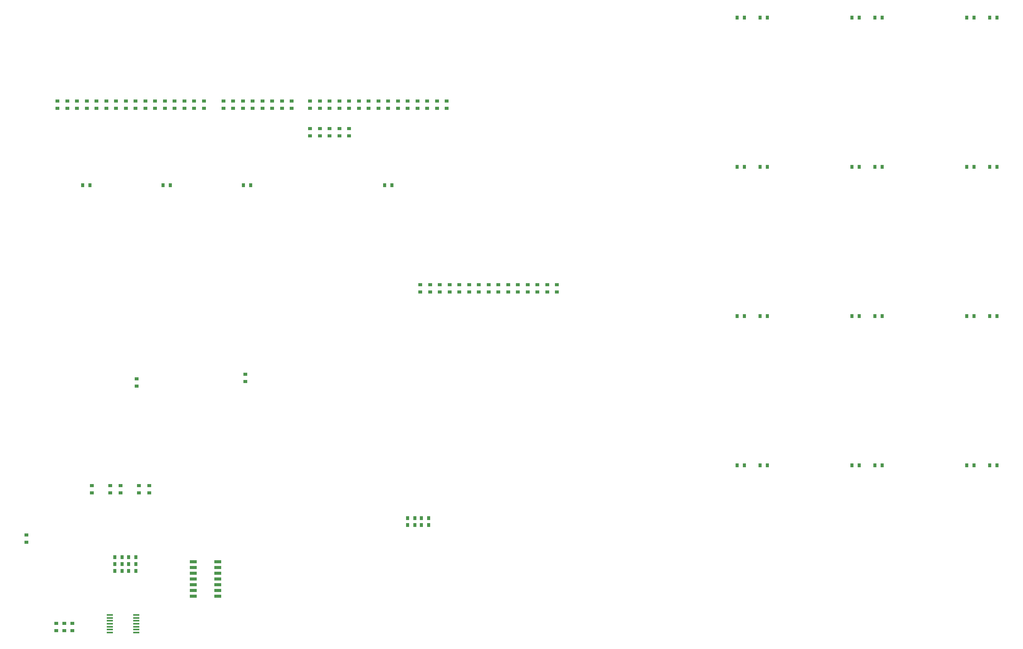
<source format=gbp>
G04*
G04 #@! TF.GenerationSoftware,Altium Limited,Altium Designer,22.3.1 (43)*
G04*
G04 Layer_Color=128*
%FSLAX25Y25*%
%MOIN*%
G70*
G04*
G04 #@! TF.SameCoordinates,A87CA661-C890-46F0-A320-74F5598AF3CC*
G04*
G04*
G04 #@! TF.FilePolarity,Positive*
G04*
G01*
G75*
%ADD20R,0.03150X0.03740*%
%ADD21R,0.03740X0.03150*%
%ADD31R,0.06004X0.02559*%
%ADD101R,0.05807X0.01772*%
D20*
X651850Y556000D02*
D03*
X658150D02*
D03*
X871850Y426000D02*
D03*
X878150D02*
D03*
Y556000D02*
D03*
X871850D02*
D03*
X678150D02*
D03*
X671850D02*
D03*
X858150Y166000D02*
D03*
X851850D02*
D03*
X758150Y426000D02*
D03*
X751850D02*
D03*
X758150Y296000D02*
D03*
X751850D02*
D03*
X858150D02*
D03*
X851850D02*
D03*
X858150Y556000D02*
D03*
X851850D02*
D03*
X878150Y166000D02*
D03*
X871850D02*
D03*
X658150Y426000D02*
D03*
X651850D02*
D03*
X778150Y296000D02*
D03*
X771850D02*
D03*
X878150D02*
D03*
X871850D02*
D03*
X758150Y556000D02*
D03*
X751850D02*
D03*
X758150Y166000D02*
D03*
X751850D02*
D03*
X778150Y426000D02*
D03*
X771850D02*
D03*
X678150Y166000D02*
D03*
X671850D02*
D03*
X778150D02*
D03*
X771850D02*
D03*
X678150Y426000D02*
D03*
X671850D02*
D03*
X658150Y166000D02*
D03*
X651850D02*
D03*
X678150Y296000D02*
D03*
X671850D02*
D03*
X778150Y556000D02*
D03*
X771850D02*
D03*
X858150Y426000D02*
D03*
X851850D02*
D03*
X658150Y296000D02*
D03*
X651850D02*
D03*
X364850Y114000D02*
D03*
X371150D02*
D03*
X88150Y410000D02*
D03*
X81850D02*
D03*
X121850Y80000D02*
D03*
X128150D02*
D03*
X121850Y86000D02*
D03*
X128150D02*
D03*
X364850Y120000D02*
D03*
X371150D02*
D03*
X116150Y86000D02*
D03*
X109850D02*
D03*
X121850Y74000D02*
D03*
X128150D02*
D03*
X116150D02*
D03*
X109850D02*
D03*
X158150Y410000D02*
D03*
X151850D02*
D03*
X116150Y80000D02*
D03*
X109850D02*
D03*
X383150Y114000D02*
D03*
X376850D02*
D03*
X228150Y410000D02*
D03*
X221850D02*
D03*
X383150Y120000D02*
D03*
X376850D02*
D03*
X351150Y410000D02*
D03*
X344850D02*
D03*
D21*
X66000Y28150D02*
D03*
Y21850D02*
D03*
X59000Y28150D02*
D03*
Y21850D02*
D03*
X73000Y28150D02*
D03*
Y21850D02*
D03*
X223500Y245150D02*
D03*
Y238850D02*
D03*
X399000Y476850D02*
D03*
Y483150D02*
D03*
X390500Y476850D02*
D03*
Y483150D02*
D03*
X131000Y148150D02*
D03*
Y141850D02*
D03*
X90000Y148150D02*
D03*
Y141850D02*
D03*
X106000Y148150D02*
D03*
Y141850D02*
D03*
X115000Y148150D02*
D03*
Y141850D02*
D03*
X140000Y148150D02*
D03*
Y141850D02*
D03*
X129000Y234850D02*
D03*
Y241150D02*
D03*
X288500Y476850D02*
D03*
Y483150D02*
D03*
X297000Y476850D02*
D03*
Y483150D02*
D03*
X314000Y476850D02*
D03*
Y483150D02*
D03*
X384500Y316850D02*
D03*
Y323150D02*
D03*
X410000Y316850D02*
D03*
Y323150D02*
D03*
X401500Y316850D02*
D03*
Y323150D02*
D03*
X393000Y316850D02*
D03*
Y323150D02*
D03*
X376000Y316850D02*
D03*
Y323150D02*
D03*
X435500Y316850D02*
D03*
Y323150D02*
D03*
X444000Y316850D02*
D03*
Y323150D02*
D03*
X452500Y316850D02*
D03*
Y323150D02*
D03*
X461000Y316850D02*
D03*
Y323150D02*
D03*
X469500Y316850D02*
D03*
Y323150D02*
D03*
X486500Y316850D02*
D03*
Y323150D02*
D03*
X478000Y316850D02*
D03*
Y323150D02*
D03*
X495000Y316850D02*
D03*
Y323150D02*
D03*
X418500Y316850D02*
D03*
Y323150D02*
D03*
X427000Y316850D02*
D03*
Y323150D02*
D03*
X297000Y452850D02*
D03*
Y459150D02*
D03*
X331000Y483150D02*
D03*
Y476850D02*
D03*
X60000Y483150D02*
D03*
Y476850D02*
D03*
X280000Y483150D02*
D03*
Y476850D02*
D03*
X314000Y459150D02*
D03*
Y452850D02*
D03*
X382000Y483150D02*
D03*
Y476850D02*
D03*
X348000Y483150D02*
D03*
Y476850D02*
D03*
X305500Y483150D02*
D03*
Y476850D02*
D03*
Y459150D02*
D03*
Y452850D02*
D03*
X288500Y459150D02*
D03*
Y452850D02*
D03*
X77000Y483150D02*
D03*
Y476850D02*
D03*
X68500Y483150D02*
D03*
Y476850D02*
D03*
X94000Y483150D02*
D03*
Y476850D02*
D03*
X85500Y483150D02*
D03*
Y476850D02*
D03*
X373500Y483150D02*
D03*
Y476850D02*
D03*
X280000Y459150D02*
D03*
Y452850D02*
D03*
X356500Y483150D02*
D03*
Y476850D02*
D03*
X365000Y483150D02*
D03*
Y476850D02*
D03*
X339500Y483150D02*
D03*
Y476850D02*
D03*
X322500Y483150D02*
D03*
Y476850D02*
D03*
X145000Y483150D02*
D03*
Y476850D02*
D03*
X153500Y483150D02*
D03*
Y476850D02*
D03*
X136500Y483150D02*
D03*
Y476850D02*
D03*
X204500Y483150D02*
D03*
Y476850D02*
D03*
X238500Y483150D02*
D03*
Y476850D02*
D03*
X111000Y483150D02*
D03*
Y476850D02*
D03*
X119500Y483150D02*
D03*
Y476850D02*
D03*
X187500Y483150D02*
D03*
Y476850D02*
D03*
X179000Y483150D02*
D03*
Y476850D02*
D03*
X255500Y483150D02*
D03*
Y476850D02*
D03*
X162000Y483150D02*
D03*
Y476850D02*
D03*
X102500Y483150D02*
D03*
Y476850D02*
D03*
X247000Y483150D02*
D03*
Y476850D02*
D03*
X213000Y483150D02*
D03*
Y476850D02*
D03*
X170500Y483150D02*
D03*
Y476850D02*
D03*
X128000Y483150D02*
D03*
Y476850D02*
D03*
X230000Y483150D02*
D03*
Y476850D02*
D03*
X221500Y483150D02*
D03*
Y476850D02*
D03*
X264000Y483150D02*
D03*
Y476850D02*
D03*
X33000Y105150D02*
D03*
Y98850D02*
D03*
D31*
X199677Y52000D02*
D03*
Y57000D02*
D03*
Y62000D02*
D03*
Y67000D02*
D03*
Y72000D02*
D03*
Y77000D02*
D03*
Y82000D02*
D03*
X178323D02*
D03*
Y77000D02*
D03*
Y72000D02*
D03*
Y67000D02*
D03*
Y62000D02*
D03*
Y57000D02*
D03*
Y52000D02*
D03*
D101*
X105433Y20323D02*
D03*
Y22882D02*
D03*
Y25441D02*
D03*
Y28000D02*
D03*
Y30559D02*
D03*
Y33118D02*
D03*
Y35677D02*
D03*
X128567D02*
D03*
Y33118D02*
D03*
Y30559D02*
D03*
Y28000D02*
D03*
Y25441D02*
D03*
Y22882D02*
D03*
Y20323D02*
D03*
M02*

</source>
